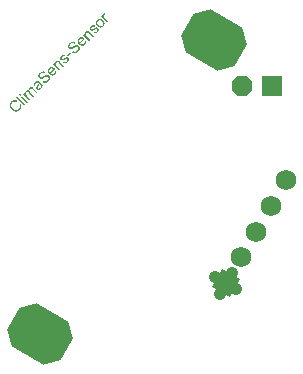
<source format=gts>
G04*
G04 #@! TF.GenerationSoftware,Altium Limited,Altium NEXUS,1.0.9 (89)*
G04*
G04 Layer_Color=8388736*
%FSLAX42Y42*%
%MOMM*%
G71*
G01*
G75*
%ADD12C,1.00*%
G04:AMPARAMS|DCode=13|XSize=4.2mm|YSize=5.2mm|CornerRadius=0mm|HoleSize=0mm|Usage=FLASHONLY|Rotation=240.000|XOffset=0mm|YOffset=0mm|HoleType=Round|Shape=Octagon|*
%AMOCTAGOND13*
4,1,8,2.78,-0.39,1.73,-2.21,0.29,-2.60,-2.39,-1.04,-2.78,0.39,-1.73,2.21,-0.29,2.60,2.39,1.04,2.78,-0.39,0.0*
%
%ADD13OCTAGOND13*%

%ADD14P,1.87X8X22.5*%
%ADD15R,1.73X1.73*%
%ADD16P,2.44X4X105.0*%
%ADD17C,1.73*%
G36*
X846Y2959D02*
X845D01*
X845Y2959D01*
X844Y2958D01*
X843Y2958D01*
X841Y2957D01*
X840Y2956D01*
X839Y2955D01*
X838Y2954D01*
X837Y2954D01*
X837Y2953D01*
X836Y2953D01*
X835Y2952D01*
X835Y2950D01*
X834Y2949D01*
X834Y2948D01*
Y2947D01*
Y2947D01*
Y2946D01*
Y2945D01*
X834Y2944D01*
X835Y2943D01*
X835Y2941D01*
X836Y2940D01*
X836Y2940D01*
X836Y2939D01*
X837Y2938D01*
X838Y2936D01*
X839Y2935D01*
X841Y2933D01*
X843Y2931D01*
X844Y2929D01*
X871Y2903D01*
X862Y2894D01*
X812Y2944D01*
X820Y2952D01*
X827Y2944D01*
Y2945D01*
X827Y2946D01*
X827Y2947D01*
X826Y2949D01*
X826Y2951D01*
X826Y2953D01*
X825Y2955D01*
X826Y2957D01*
Y2957D01*
X826Y2957D01*
X826Y2958D01*
X826Y2959D01*
X827Y2960D01*
X828Y2961D01*
X828Y2962D01*
X829Y2964D01*
X830Y2964D01*
X831Y2965D01*
X832Y2966D01*
X834Y2967D01*
X836Y2968D01*
X838Y2969D01*
X841Y2970D01*
X846Y2959D01*
D02*
G37*
G36*
X749Y2870D02*
X749D01*
X750Y2870D01*
X751Y2870D01*
X752Y2870D01*
X754Y2869D01*
X755Y2868D01*
X757Y2867D01*
X760Y2866D01*
X752Y2856D01*
X752Y2857D01*
X752Y2857D01*
X751Y2857D01*
X750Y2858D01*
X748Y2858D01*
X747Y2859D01*
X745Y2859D01*
X743Y2859D01*
X743D01*
X742Y2859D01*
X741Y2858D01*
X740Y2858D01*
X738Y2857D01*
X737Y2857D01*
X735Y2855D01*
X733Y2854D01*
X732Y2853D01*
X731Y2851D01*
X730Y2850D01*
X729Y2848D01*
X728Y2847D01*
X727Y2845D01*
X727Y2843D01*
Y2843D01*
X727Y2843D01*
Y2842D01*
X727Y2841D01*
X727Y2840D01*
X728Y2838D01*
X728Y2837D01*
X729Y2836D01*
X729Y2836D01*
X729Y2836D01*
X730Y2836D01*
X730Y2835D01*
X731Y2835D01*
X733Y2834D01*
X734D01*
X735Y2834D01*
X736Y2835D01*
X737Y2835D01*
X738Y2835D01*
X738Y2835D01*
X739Y2835D01*
X739Y2836D01*
X740Y2836D01*
X742Y2837D01*
X743Y2838D01*
X744Y2838D01*
X745Y2839D01*
X747Y2840D01*
X748Y2841D01*
X748Y2841D01*
X749Y2841D01*
X749Y2841D01*
X750Y2842D01*
X751Y2842D01*
X752Y2843D01*
X754Y2844D01*
X757Y2846D01*
X760Y2847D01*
X762Y2848D01*
X763Y2849D01*
X764Y2849D01*
X765Y2849D01*
X765Y2849D01*
X766Y2850D01*
X768Y2850D01*
X769Y2850D01*
X771Y2850D01*
X773D01*
X775Y2850D01*
X775D01*
X775Y2850D01*
X776Y2850D01*
X778Y2849D01*
X779Y2849D01*
X781Y2848D01*
X782Y2847D01*
X784Y2845D01*
X784Y2845D01*
X785Y2844D01*
X785Y2843D01*
X786Y2842D01*
X787Y2841D01*
X788Y2839D01*
X789Y2837D01*
X789Y2835D01*
X789Y2834D01*
X789Y2834D01*
X790Y2832D01*
Y2831D01*
X789Y2829D01*
X789Y2826D01*
X789Y2824D01*
X788Y2822D01*
X788Y2821D01*
X787Y2820D01*
X787Y2819D01*
X786Y2818D01*
X785Y2816D01*
X783Y2814D01*
X781Y2811D01*
X779Y2809D01*
X778Y2808D01*
X778Y2808D01*
X777Y2807D01*
X776Y2806D01*
X773Y2804D01*
X770Y2802D01*
X767Y2800D01*
X764Y2799D01*
X762Y2799D01*
X761Y2798D01*
X760Y2798D01*
X760Y2798D01*
X759D01*
X757Y2798D01*
X755Y2799D01*
X752Y2799D01*
X749Y2800D01*
X745Y2802D01*
X742Y2804D01*
X749Y2814D01*
X749Y2814D01*
X749Y2813D01*
X750Y2813D01*
X751Y2812D01*
X753Y2812D01*
X754Y2811D01*
X756Y2810D01*
X758Y2810D01*
X761Y2810D01*
X761Y2810D01*
X762Y2810D01*
X763Y2810D01*
X764Y2811D01*
X766Y2812D01*
X768Y2813D01*
X770Y2814D01*
X772Y2816D01*
X773Y2817D01*
X774Y2818D01*
X775Y2820D01*
X776Y2821D01*
X777Y2823D01*
X778Y2825D01*
X779Y2827D01*
Y2827D01*
Y2828D01*
Y2829D01*
X779Y2830D01*
X778Y2831D01*
X778Y2833D01*
X777Y2834D01*
X776Y2835D01*
X776Y2836D01*
X776Y2836D01*
X775Y2836D01*
X774Y2837D01*
X773Y2837D01*
X772Y2837D01*
X770Y2838D01*
X769Y2837D01*
X769D01*
X768Y2837D01*
X768Y2837D01*
X766Y2837D01*
X765Y2836D01*
X763Y2835D01*
X762Y2834D01*
X760Y2833D01*
X759Y2833D01*
X757Y2832D01*
X757Y2832D01*
X757Y2831D01*
X756Y2831D01*
X756Y2831D01*
X755Y2830D01*
X753Y2829D01*
X751Y2828D01*
X748Y2826D01*
X745Y2825D01*
X743Y2824D01*
X741Y2823D01*
X740Y2823D01*
X740Y2823D01*
X740Y2823D01*
X738Y2822D01*
X737Y2822D01*
X736Y2822D01*
X734Y2822D01*
X732D01*
X730Y2822D01*
X730D01*
X729Y2822D01*
X729Y2823D01*
X727Y2823D01*
X726Y2824D01*
X725Y2825D01*
X723Y2826D01*
X722Y2827D01*
X721Y2827D01*
X721Y2828D01*
X721Y2828D01*
X720Y2829D01*
X719Y2830D01*
X718Y2832D01*
X717Y2833D01*
X717Y2835D01*
Y2835D01*
X717Y2835D01*
X717Y2836D01*
X716Y2837D01*
X716Y2839D01*
X716Y2840D01*
Y2842D01*
X716Y2844D01*
Y2844D01*
X717Y2844D01*
X717Y2845D01*
X717Y2846D01*
X717Y2847D01*
X718Y2848D01*
X718Y2850D01*
X719Y2851D01*
X719Y2852D01*
X720Y2852D01*
X720Y2853D01*
X721Y2854D01*
X722Y2856D01*
X723Y2857D01*
X724Y2858D01*
X727Y2861D01*
X728Y2862D01*
X729Y2863D01*
X731Y2865D01*
X733Y2866D01*
X735Y2867D01*
X738Y2869D01*
X738Y2869D01*
X738D01*
X739Y2869D01*
X740Y2869D01*
X741Y2870D01*
X743Y2870D01*
X745Y2870D01*
X747Y2871D01*
X749Y2870D01*
D02*
G37*
G36*
X803Y2922D02*
X803Y2922D01*
X805Y2922D01*
X806Y2921D01*
X808Y2921D01*
X809Y2920D01*
X811Y2920D01*
X813Y2919D01*
X815Y2918D01*
X818Y2917D01*
X820Y2915D01*
X822Y2914D01*
X824Y2912D01*
X827Y2910D01*
X827Y2910D01*
X827Y2909D01*
X827Y2909D01*
X828Y2908D01*
X829Y2907D01*
X830Y2906D01*
X831Y2905D01*
X832Y2904D01*
X834Y2901D01*
X836Y2898D01*
X838Y2895D01*
X839Y2892D01*
X839Y2892D01*
Y2891D01*
X839Y2891D01*
X839Y2890D01*
X839Y2889D01*
X840Y2886D01*
X840Y2884D01*
Y2881D01*
X840Y2878D01*
X839Y2875D01*
X839Y2875D01*
Y2874D01*
X839Y2874D01*
X838Y2873D01*
X838Y2873D01*
X838Y2872D01*
X837Y2870D01*
X836Y2867D01*
X834Y2865D01*
X832Y2862D01*
X830Y2860D01*
X829Y2859D01*
X828Y2858D01*
X827Y2857D01*
X826Y2856D01*
X825Y2855D01*
X823Y2854D01*
X819Y2853D01*
X818Y2852D01*
X815Y2851D01*
X813Y2850D01*
X811Y2850D01*
X809Y2849D01*
X806Y2849D01*
X806D01*
X805Y2849D01*
X804Y2850D01*
X803Y2850D01*
X801Y2850D01*
X800Y2850D01*
X798Y2851D01*
X796Y2852D01*
X794Y2853D01*
X792Y2854D01*
X790Y2855D01*
X788Y2856D01*
X785Y2858D01*
X783Y2860D01*
X780Y2862D01*
X780Y2863D01*
X780Y2863D01*
X779Y2864D01*
X778Y2865D01*
X777Y2866D01*
X776Y2867D01*
X775Y2869D01*
X773Y2871D01*
X772Y2873D01*
X771Y2875D01*
X770Y2878D01*
X769Y2880D01*
X768Y2883D01*
X768Y2885D01*
X768Y2888D01*
Y2891D01*
Y2891D01*
X768Y2891D01*
Y2892D01*
X768Y2893D01*
X768Y2894D01*
X768Y2895D01*
X769Y2896D01*
X769Y2898D01*
X770Y2899D01*
X770Y2901D01*
X772Y2905D01*
X774Y2908D01*
X776Y2910D01*
X778Y2912D01*
X779Y2913D01*
X779Y2914D01*
X780Y2914D01*
X781Y2915D01*
X783Y2916D01*
X784Y2917D01*
X788Y2919D01*
X790Y2920D01*
X792Y2921D01*
X794Y2921D01*
X796Y2922D01*
X799Y2922D01*
X802D01*
X803Y2922D01*
D02*
G37*
G36*
X699Y2821D02*
X699D01*
X700Y2821D01*
X701Y2821D01*
X702Y2821D01*
X703Y2820D01*
X705Y2820D01*
X706Y2819D01*
X708Y2818D01*
X708Y2818D01*
X708Y2817D01*
X709Y2817D01*
X710Y2816D01*
X711Y2815D01*
X713Y2814D01*
X714Y2812D01*
X717Y2810D01*
X747Y2779D01*
X739Y2771D01*
X708Y2801D01*
X708Y2801D01*
X708Y2801D01*
X708Y2802D01*
X707Y2803D01*
X705Y2804D01*
X704Y2805D01*
X702Y2806D01*
X701Y2807D01*
X700Y2808D01*
X700Y2808D01*
X699Y2808D01*
X698Y2808D01*
X697Y2809D01*
X696Y2809D01*
X693D01*
X692Y2808D01*
X692D01*
X691Y2808D01*
X690Y2808D01*
X689Y2808D01*
X688Y2807D01*
X687Y2806D01*
X686Y2805D01*
X685Y2804D01*
X684Y2803D01*
X683Y2802D01*
X682Y2801D01*
X681Y2799D01*
X680Y2797D01*
X679Y2794D01*
X679Y2791D01*
Y2791D01*
X679Y2790D01*
X679Y2789D01*
X679Y2789D01*
X680Y2788D01*
X680Y2786D01*
X680Y2785D01*
X681Y2784D01*
X682Y2783D01*
X682Y2781D01*
X684Y2780D01*
X685Y2778D01*
X686Y2776D01*
X688Y2774D01*
X715Y2747D01*
X707Y2739D01*
X657Y2789D01*
X664Y2796D01*
X672Y2789D01*
Y2789D01*
X671Y2790D01*
X671Y2791D01*
X671Y2792D01*
X671Y2793D01*
Y2794D01*
X671Y2796D01*
X671Y2797D01*
X672Y2799D01*
X672Y2801D01*
X673Y2803D01*
X673Y2805D01*
X674Y2807D01*
X676Y2809D01*
X677Y2811D01*
X679Y2813D01*
X680Y2814D01*
X681Y2815D01*
X682Y2816D01*
X683Y2817D01*
X685Y2818D01*
X687Y2819D01*
X689Y2820D01*
X689Y2820D01*
X690Y2820D01*
X691Y2821D01*
X692Y2821D01*
X694Y2821D01*
X695Y2822D01*
X697D01*
X699Y2821D01*
D02*
G37*
G36*
X576Y2729D02*
X576Y2728D01*
X577Y2728D01*
X579Y2728D01*
X580Y2727D01*
X583Y2726D01*
X585Y2725D01*
X588Y2723D01*
X590Y2721D01*
X582Y2712D01*
X582Y2712D01*
X582Y2712D01*
X581Y2712D01*
X581Y2713D01*
X579Y2714D01*
X577Y2715D01*
X575Y2716D01*
X573Y2716D01*
X570Y2717D01*
X567Y2717D01*
X567Y2717D01*
X566Y2717D01*
X565Y2716D01*
X562Y2716D01*
X560Y2714D01*
X558Y2713D01*
X555Y2711D01*
X552Y2708D01*
X550Y2707D01*
X550Y2706D01*
X549Y2705D01*
X548Y2703D01*
X546Y2701D01*
X545Y2698D01*
X544Y2696D01*
X543Y2694D01*
X543Y2693D01*
X543Y2693D01*
Y2692D01*
X543Y2691D01*
X543Y2689D01*
X544Y2687D01*
X544Y2685D01*
X545Y2684D01*
X546Y2682D01*
X547Y2682D01*
X547Y2681D01*
X548Y2681D01*
X549Y2680D01*
X550Y2679D01*
X552Y2679D01*
X553Y2678D01*
X555D01*
X556Y2679D01*
X557Y2679D01*
X558Y2679D01*
X558Y2679D01*
X559Y2680D01*
X561Y2680D01*
X562Y2681D01*
X564Y2681D01*
X565Y2682D01*
X567Y2683D01*
X569Y2684D01*
X572Y2686D01*
X574Y2687D01*
X574Y2687D01*
X575Y2688D01*
X575Y2688D01*
X576Y2689D01*
X577Y2689D01*
X579Y2690D01*
X582Y2692D01*
X585Y2694D01*
X588Y2696D01*
X589Y2696D01*
X591Y2697D01*
X592Y2698D01*
X594Y2698D01*
X594Y2698D01*
X594Y2698D01*
X594Y2698D01*
X595Y2699D01*
X597Y2699D01*
X599Y2700D01*
X601Y2700D01*
X604Y2700D01*
X607Y2700D01*
X610Y2700D01*
X610Y2700D01*
X611Y2700D01*
X612Y2699D01*
X614Y2699D01*
X616Y2698D01*
X618Y2697D01*
X620Y2695D01*
X622Y2693D01*
X622Y2693D01*
X622Y2693D01*
X623Y2693D01*
X623Y2692D01*
X624Y2691D01*
X625Y2689D01*
X626Y2687D01*
X628Y2685D01*
X629Y2682D01*
X629Y2680D01*
X630Y2679D01*
Y2679D01*
X630Y2678D01*
X630Y2677D01*
X630Y2674D01*
X630Y2672D01*
X629Y2669D01*
X629Y2666D01*
X628Y2663D01*
X628Y2663D01*
X628Y2662D01*
X627Y2662D01*
X627Y2661D01*
X627Y2661D01*
X626Y2660D01*
X625Y2658D01*
X624Y2655D01*
X622Y2653D01*
X620Y2650D01*
X617Y2647D01*
X616Y2645D01*
X615Y2645D01*
X614Y2644D01*
X613Y2643D01*
X612Y2642D01*
X609Y2640D01*
X606Y2638D01*
X602Y2636D01*
X599Y2634D01*
X599Y2634D01*
X598Y2634D01*
X598Y2634D01*
X597Y2633D01*
X596Y2633D01*
X593Y2632D01*
X590Y2632D01*
X587Y2632D01*
X584D01*
X581Y2632D01*
X581Y2632D01*
X580D01*
X580Y2632D01*
X579Y2633D01*
X578Y2633D01*
X577Y2633D01*
X575Y2634D01*
X573Y2635D01*
X570Y2637D01*
X567Y2639D01*
X565Y2641D01*
X572Y2650D01*
X573Y2650D01*
X573Y2650D01*
X573Y2650D01*
X575Y2649D01*
X576Y2648D01*
X578Y2647D01*
X580Y2646D01*
X582Y2645D01*
X584Y2645D01*
X584D01*
X585Y2644D01*
X586Y2644D01*
X587Y2644D01*
X589D01*
X591Y2645D01*
X594Y2645D01*
X596Y2646D01*
X596Y2646D01*
X596D01*
X597Y2647D01*
X599Y2647D01*
X600Y2648D01*
X602Y2649D01*
X604Y2651D01*
X606Y2653D01*
X609Y2655D01*
X610Y2656D01*
X610Y2657D01*
X612Y2658D01*
X613Y2660D01*
X614Y2661D01*
X615Y2663D01*
X616Y2665D01*
X616Y2666D01*
X617Y2666D01*
X617Y2667D01*
X617Y2669D01*
X618Y2670D01*
X618Y2672D01*
X618Y2674D01*
X618Y2676D01*
Y2676D01*
X618Y2676D01*
X618Y2677D01*
X617Y2678D01*
X617Y2680D01*
X616Y2681D01*
X615Y2682D01*
X614Y2684D01*
X614Y2684D01*
X614Y2684D01*
X613Y2685D01*
X612Y2685D01*
X611Y2686D01*
X610Y2686D01*
X608Y2687D01*
X607Y2687D01*
X606D01*
X606Y2687D01*
X605Y2687D01*
X604D01*
X602Y2687D01*
X601Y2687D01*
X598Y2686D01*
X596Y2685D01*
X596D01*
X596Y2685D01*
X594Y2684D01*
X594Y2684D01*
X593Y2683D01*
X592Y2683D01*
X591Y2682D01*
X589Y2682D01*
X588Y2681D01*
X586Y2680D01*
X585Y2679D01*
X583Y2678D01*
X581Y2676D01*
X581Y2676D01*
X580Y2676D01*
X580Y2676D01*
X579Y2675D01*
X578Y2674D01*
X577Y2674D01*
X574Y2672D01*
X571Y2671D01*
X568Y2669D01*
X565Y2668D01*
X564Y2668D01*
X563Y2667D01*
X563Y2667D01*
X563D01*
X562Y2667D01*
X560Y2667D01*
X558Y2666D01*
X556Y2666D01*
X554Y2666D01*
X552Y2666D01*
X549Y2666D01*
X549Y2666D01*
X548Y2666D01*
X547Y2667D01*
X546Y2668D01*
X544Y2668D01*
X542Y2670D01*
X540Y2671D01*
X538Y2673D01*
X538Y2673D01*
X538Y2673D01*
X538Y2673D01*
X537Y2673D01*
X537Y2675D01*
X535Y2676D01*
X534Y2678D01*
X533Y2680D01*
X532Y2682D01*
X531Y2685D01*
X531Y2685D01*
Y2685D01*
X531Y2686D01*
X531Y2688D01*
Y2690D01*
X531Y2692D01*
X531Y2695D01*
X532Y2698D01*
X533Y2701D01*
X533Y2701D01*
X533Y2701D01*
X533Y2702D01*
X534Y2702D01*
X534Y2703D01*
X534Y2704D01*
X536Y2706D01*
X537Y2708D01*
X539Y2711D01*
X541Y2713D01*
X543Y2716D01*
X545Y2717D01*
X545Y2718D01*
X546Y2718D01*
X548Y2720D01*
X551Y2722D01*
X553Y2724D01*
X556Y2725D01*
X559Y2727D01*
X560Y2727D01*
X560Y2727D01*
X560Y2727D01*
X561Y2727D01*
X562Y2728D01*
X565Y2728D01*
X567Y2729D01*
X570Y2729D01*
X573D01*
X576Y2729D01*
D02*
G37*
G36*
X647Y2766D02*
X648Y2766D01*
X649Y2766D01*
X650Y2765D01*
X652Y2765D01*
X654Y2765D01*
X656Y2764D01*
X658Y2763D01*
X660Y2762D01*
X662Y2761D01*
X664Y2759D01*
X666Y2758D01*
X669Y2756D01*
X671Y2753D01*
X671Y2753D01*
X672Y2753D01*
X673Y2752D01*
X673Y2751D01*
X636Y2714D01*
X636Y2714D01*
X636Y2713D01*
X637Y2713D01*
X637Y2713D01*
X638Y2712D01*
X639Y2711D01*
X641Y2710D01*
X644Y2708D01*
X647Y2707D01*
X650Y2706D01*
X653Y2706D01*
X655D01*
X656Y2706D01*
X658Y2706D01*
X661Y2707D01*
X663Y2708D01*
X666Y2710D01*
X668Y2712D01*
X669Y2713D01*
X670Y2714D01*
X671Y2715D01*
X672Y2716D01*
X672Y2718D01*
X673Y2720D01*
X674Y2722D01*
Y2722D01*
Y2723D01*
X674Y2724D01*
X674Y2726D01*
X674Y2728D01*
X673Y2730D01*
X672Y2733D01*
X671Y2735D01*
X681Y2743D01*
X681Y2743D01*
X681Y2743D01*
X682Y2742D01*
X682Y2741D01*
X682Y2740D01*
X683Y2739D01*
X684Y2737D01*
X685Y2734D01*
X685Y2731D01*
X685Y2727D01*
X685Y2723D01*
X685Y2723D01*
X685Y2723D01*
X685Y2722D01*
X685Y2722D01*
X685Y2721D01*
X684Y2720D01*
X684Y2719D01*
X683Y2717D01*
X682Y2715D01*
X680Y2711D01*
X678Y2708D01*
X675Y2705D01*
X674Y2704D01*
X673Y2703D01*
X672Y2702D01*
X671Y2701D01*
X670Y2700D01*
X668Y2699D01*
X664Y2697D01*
X662Y2696D01*
X660Y2696D01*
X658Y2695D01*
X656Y2694D01*
X653Y2694D01*
X651Y2694D01*
X650D01*
X650Y2694D01*
X649Y2694D01*
X648Y2695D01*
X646Y2695D01*
X645Y2695D01*
X643Y2696D01*
X641Y2696D01*
X639Y2697D01*
X637Y2698D01*
X635Y2700D01*
X633Y2701D01*
X630Y2703D01*
X628Y2705D01*
X626Y2707D01*
X626Y2707D01*
X625Y2707D01*
X624Y2708D01*
X624Y2709D01*
X623Y2710D01*
X622Y2711D01*
X620Y2713D01*
X619Y2715D01*
X617Y2719D01*
X616Y2721D01*
X615Y2723D01*
X614Y2725D01*
X613Y2728D01*
X613Y2730D01*
X612Y2733D01*
Y2733D01*
Y2733D01*
X613Y2734D01*
X612Y2735D01*
X613Y2736D01*
X613Y2738D01*
X613Y2739D01*
X613Y2741D01*
X614Y2743D01*
X615Y2745D01*
X615Y2746D01*
X616Y2749D01*
X617Y2751D01*
X619Y2753D01*
X621Y2755D01*
X622Y2757D01*
X623Y2758D01*
X624Y2758D01*
X625Y2759D01*
X626Y2760D01*
X628Y2761D01*
X629Y2762D01*
X632Y2763D01*
X634Y2764D01*
X636Y2765D01*
X638Y2765D01*
X641Y2766D01*
X643Y2766D01*
X646D01*
X647Y2766D01*
D02*
G37*
G36*
X559Y2632D02*
X533Y2606D01*
X524Y2614D01*
X550Y2641D01*
X559Y2632D01*
D02*
G37*
G36*
X497Y2619D02*
X497D01*
X498Y2618D01*
X499Y2618D01*
X500Y2618D01*
X502Y2617D01*
X504Y2616D01*
X505Y2615D01*
X508Y2614D01*
X500Y2604D01*
X500Y2605D01*
X500Y2605D01*
X499Y2605D01*
X498Y2606D01*
X496Y2606D01*
X495Y2607D01*
X493Y2607D01*
X491Y2607D01*
X491D01*
X490Y2607D01*
X489Y2607D01*
X488Y2606D01*
X487Y2606D01*
X485Y2605D01*
X483Y2603D01*
X481Y2602D01*
X480Y2601D01*
X479Y2600D01*
X478Y2598D01*
X477Y2597D01*
X476Y2595D01*
X475Y2593D01*
X475Y2591D01*
Y2591D01*
X475Y2591D01*
Y2590D01*
X475Y2589D01*
X475Y2588D01*
X476Y2587D01*
X476Y2585D01*
X477Y2584D01*
X477Y2584D01*
X477Y2584D01*
X478Y2584D01*
X478Y2584D01*
X479Y2583D01*
X481Y2582D01*
X483D01*
X483Y2583D01*
X484Y2583D01*
X485Y2583D01*
X486Y2583D01*
X487Y2584D01*
X487Y2584D01*
X487Y2584D01*
X488Y2584D01*
X490Y2585D01*
X491Y2586D01*
X492Y2586D01*
X493Y2587D01*
X495Y2588D01*
X496Y2589D01*
X496Y2589D01*
X497Y2589D01*
X497Y2589D01*
X498Y2590D01*
X499Y2590D01*
X500Y2591D01*
X502Y2592D01*
X505Y2594D01*
X508Y2595D01*
X510Y2596D01*
X512Y2597D01*
X513Y2597D01*
X513Y2597D01*
X513Y2598D01*
X514Y2598D01*
X516Y2598D01*
X517Y2598D01*
X519Y2599D01*
X521D01*
X523Y2598D01*
X523D01*
X524Y2598D01*
X524Y2598D01*
X526Y2597D01*
X527Y2597D01*
X529Y2596D01*
X530Y2595D01*
X532Y2593D01*
X532Y2593D01*
X533Y2593D01*
X533Y2592D01*
X534Y2590D01*
X535Y2589D01*
X536Y2587D01*
X537Y2585D01*
X537Y2583D01*
X537Y2582D01*
X538Y2582D01*
X538Y2580D01*
Y2579D01*
X538Y2577D01*
X537Y2574D01*
X537Y2572D01*
X536Y2570D01*
X536Y2569D01*
X536Y2569D01*
X535Y2567D01*
X534Y2566D01*
X533Y2564D01*
X531Y2562D01*
X530Y2560D01*
X528Y2557D01*
X527Y2556D01*
X526Y2556D01*
X525Y2555D01*
X524Y2554D01*
X521Y2552D01*
X519Y2550D01*
X516Y2549D01*
X512Y2547D01*
X510Y2547D01*
X509Y2546D01*
X509Y2546D01*
X508Y2546D01*
X507D01*
X505Y2547D01*
X503Y2547D01*
X500Y2547D01*
X497Y2548D01*
X493Y2550D01*
X490Y2552D01*
X497Y2562D01*
X497Y2562D01*
X497Y2562D01*
X498Y2561D01*
X499Y2560D01*
X501Y2560D01*
X503Y2559D01*
X504Y2558D01*
X507Y2558D01*
X509Y2558D01*
X509Y2558D01*
X510Y2558D01*
X511Y2558D01*
X512Y2559D01*
X514Y2560D01*
X516Y2561D01*
X518Y2562D01*
X521Y2564D01*
X521Y2565D01*
X522Y2566D01*
X524Y2568D01*
X525Y2569D01*
X526Y2571D01*
X526Y2573D01*
X527Y2575D01*
Y2575D01*
Y2576D01*
Y2577D01*
X527Y2578D01*
X526Y2580D01*
X526Y2581D01*
X525Y2582D01*
X524Y2584D01*
X524Y2584D01*
X524Y2584D01*
X523Y2585D01*
X522Y2585D01*
X521Y2585D01*
X520Y2586D01*
X519Y2586D01*
X517Y2586D01*
X517D01*
X516Y2585D01*
X516Y2585D01*
X515Y2585D01*
X513Y2584D01*
X511Y2583D01*
X510Y2582D01*
X509Y2582D01*
X507Y2581D01*
X506Y2580D01*
X505Y2580D01*
X505Y2580D01*
X504Y2579D01*
X504Y2579D01*
X503Y2578D01*
X502Y2577D01*
X499Y2576D01*
X496Y2575D01*
X493Y2573D01*
X491Y2572D01*
X490Y2571D01*
X489Y2571D01*
X488Y2571D01*
X488Y2571D01*
X487Y2570D01*
X485Y2570D01*
X484Y2570D01*
X482Y2570D01*
X480D01*
X478Y2570D01*
X478D01*
X478Y2570D01*
X477Y2571D01*
X475Y2571D01*
X474Y2572D01*
X473Y2573D01*
X471Y2574D01*
X470Y2575D01*
X470Y2575D01*
X469Y2576D01*
X469Y2577D01*
X468Y2577D01*
X467Y2578D01*
X466Y2580D01*
X466Y2581D01*
X465Y2583D01*
Y2583D01*
X465Y2584D01*
X465Y2584D01*
X465Y2586D01*
X464Y2587D01*
X464Y2589D01*
Y2590D01*
X464Y2592D01*
Y2592D01*
X465Y2592D01*
X465Y2593D01*
X465Y2594D01*
X465Y2595D01*
X466Y2597D01*
X467Y2598D01*
X467Y2600D01*
X468Y2600D01*
X468Y2600D01*
X468Y2601D01*
X469Y2602D01*
X470Y2604D01*
X471Y2605D01*
X472Y2607D01*
X475Y2609D01*
X476Y2610D01*
X477Y2611D01*
X479Y2613D01*
X481Y2614D01*
X483Y2616D01*
X486Y2617D01*
X486Y2617D01*
X486D01*
X487Y2617D01*
X488Y2617D01*
X489Y2618D01*
X491Y2618D01*
X493Y2619D01*
X495Y2619D01*
X497Y2619D01*
D02*
G37*
G36*
X447Y2569D02*
X447D01*
X448Y2569D01*
X449Y2569D01*
X450Y2569D01*
X451Y2568D01*
X453Y2568D01*
X454Y2567D01*
X456Y2566D01*
X456Y2566D01*
X456Y2566D01*
X457Y2565D01*
X458Y2564D01*
X459Y2563D01*
X461Y2562D01*
X463Y2560D01*
X465Y2558D01*
X495Y2527D01*
X487Y2519D01*
X457Y2549D01*
X456Y2549D01*
X456Y2549D01*
X456Y2550D01*
X455Y2551D01*
X453Y2552D01*
X452Y2553D01*
X451Y2554D01*
X449Y2555D01*
X448Y2556D01*
X448Y2556D01*
X447Y2556D01*
X446Y2557D01*
X445Y2557D01*
X444Y2557D01*
X442D01*
X440Y2557D01*
X440D01*
X439Y2556D01*
X439Y2556D01*
X438Y2556D01*
X437Y2555D01*
X435Y2554D01*
X434Y2553D01*
X433Y2552D01*
X432Y2551D01*
X431Y2550D01*
X430Y2549D01*
X429Y2547D01*
X428Y2545D01*
X427Y2542D01*
X427Y2540D01*
Y2539D01*
X427Y2538D01*
X427Y2537D01*
X427Y2537D01*
X428Y2536D01*
X428Y2535D01*
X428Y2533D01*
X429Y2532D01*
X430Y2531D01*
X431Y2529D01*
X432Y2528D01*
X433Y2526D01*
X434Y2524D01*
X436Y2523D01*
X463Y2495D01*
X455Y2487D01*
X405Y2537D01*
X412Y2545D01*
X420Y2537D01*
Y2538D01*
X420Y2538D01*
X419Y2539D01*
X419Y2540D01*
X419Y2541D01*
Y2542D01*
X419Y2544D01*
X419Y2546D01*
X420Y2547D01*
X420Y2549D01*
X421Y2551D01*
X422Y2553D01*
X423Y2555D01*
X424Y2557D01*
X425Y2560D01*
X427Y2561D01*
X428Y2562D01*
X429Y2563D01*
X430Y2564D01*
X432Y2565D01*
X433Y2566D01*
X435Y2567D01*
X437Y2568D01*
X437Y2568D01*
X438Y2568D01*
X439Y2569D01*
X440Y2569D01*
X442Y2569D01*
X444Y2570D01*
X445D01*
X447Y2569D01*
D02*
G37*
G36*
X324Y2477D02*
X324Y2477D01*
X325Y2476D01*
X327Y2476D01*
X329Y2475D01*
X331Y2474D01*
X333Y2473D01*
X336Y2471D01*
X338Y2469D01*
X330Y2460D01*
X330Y2460D01*
X330Y2460D01*
X329Y2461D01*
X329Y2461D01*
X327Y2462D01*
X325Y2463D01*
X323Y2464D01*
X321Y2465D01*
X318Y2465D01*
X315Y2465D01*
X315Y2465D01*
X314Y2465D01*
X313Y2464D01*
X311Y2464D01*
X308Y2463D01*
X306Y2461D01*
X303Y2459D01*
X300Y2456D01*
X299Y2455D01*
X298Y2454D01*
X297Y2453D01*
X296Y2451D01*
X294Y2449D01*
X293Y2446D01*
X292Y2444D01*
X291Y2442D01*
X291Y2441D01*
X291Y2441D01*
Y2440D01*
X291Y2439D01*
X291Y2437D01*
X292Y2435D01*
X292Y2434D01*
X293Y2432D01*
X295Y2430D01*
X295Y2430D01*
X295Y2429D01*
X296Y2429D01*
X297Y2428D01*
X298Y2428D01*
X300Y2427D01*
X301Y2427D01*
X304D01*
X304Y2427D01*
X305Y2427D01*
X306Y2427D01*
X307Y2427D01*
X308Y2428D01*
X309Y2428D01*
X310Y2429D01*
X312Y2429D01*
X313Y2430D01*
X315Y2431D01*
X317Y2432D01*
X320Y2434D01*
X322Y2435D01*
X322Y2435D01*
X323Y2436D01*
X323Y2436D01*
X324Y2437D01*
X325Y2437D01*
X327Y2438D01*
X330Y2440D01*
X333Y2442D01*
X336Y2444D01*
X338Y2444D01*
X339Y2445D01*
X341Y2446D01*
X342Y2446D01*
X342Y2446D01*
X342Y2447D01*
X343Y2447D01*
X343Y2447D01*
X345Y2447D01*
X347Y2448D01*
X349Y2448D01*
X352Y2449D01*
X355Y2448D01*
X358Y2448D01*
X358Y2448D01*
X359Y2448D01*
X360Y2447D01*
X362Y2447D01*
X364Y2446D01*
X366Y2445D01*
X368Y2443D01*
X370Y2441D01*
X370Y2441D01*
X371Y2441D01*
X371Y2441D01*
X371Y2440D01*
X372Y2439D01*
X373Y2437D01*
X375Y2435D01*
X376Y2433D01*
X377Y2431D01*
X378Y2428D01*
X378Y2428D01*
Y2427D01*
X378Y2426D01*
X378Y2425D01*
X378Y2423D01*
X378Y2420D01*
X378Y2417D01*
X377Y2414D01*
X376Y2411D01*
X376Y2411D01*
X376Y2411D01*
X376Y2410D01*
X375Y2410D01*
X375Y2409D01*
X375Y2408D01*
X373Y2406D01*
X372Y2403D01*
X370Y2401D01*
X368Y2398D01*
X365Y2395D01*
X364Y2394D01*
X363Y2393D01*
X362Y2392D01*
X361Y2391D01*
X360Y2390D01*
X357Y2388D01*
X354Y2386D01*
X350Y2384D01*
X347Y2382D01*
X347Y2382D01*
X347Y2382D01*
X346Y2382D01*
X345Y2382D01*
X344Y2381D01*
X341Y2381D01*
X339Y2380D01*
X336Y2380D01*
X332D01*
X329Y2380D01*
X329Y2380D01*
X329D01*
X328Y2381D01*
X327Y2381D01*
X327Y2381D01*
X326Y2381D01*
X323Y2382D01*
X321Y2383D01*
X318Y2385D01*
X315Y2387D01*
X313Y2389D01*
X321Y2399D01*
X321Y2398D01*
X321Y2398D01*
X321Y2398D01*
X323Y2397D01*
X324Y2396D01*
X326Y2395D01*
X328Y2394D01*
X330Y2393D01*
X332Y2393D01*
X332D01*
X333Y2393D01*
X334Y2392D01*
X336Y2393D01*
X337D01*
X339Y2393D01*
X342Y2393D01*
X344Y2394D01*
X344Y2394D01*
X345D01*
X345Y2395D01*
X347Y2396D01*
X348Y2396D01*
X350Y2397D01*
X352Y2399D01*
X355Y2401D01*
X357Y2403D01*
X358Y2404D01*
X359Y2405D01*
X360Y2406D01*
X361Y2408D01*
X362Y2409D01*
X363Y2411D01*
X364Y2413D01*
X365Y2414D01*
X365Y2414D01*
X365Y2415D01*
X366Y2417D01*
X366Y2418D01*
X366Y2420D01*
X366Y2422D01*
X366Y2424D01*
Y2424D01*
X366Y2424D01*
X366Y2425D01*
X365Y2426D01*
X365Y2428D01*
X364Y2429D01*
X363Y2430D01*
X362Y2432D01*
X362Y2432D01*
X362Y2432D01*
X361Y2433D01*
X360Y2433D01*
X359Y2434D01*
X358Y2435D01*
X356Y2435D01*
X355Y2435D01*
X355D01*
X354Y2436D01*
X353Y2435D01*
X352D01*
X350Y2435D01*
X349Y2435D01*
X347Y2434D01*
X344Y2433D01*
X344D01*
X344Y2433D01*
X343Y2432D01*
X342Y2432D01*
X341Y2432D01*
X340Y2431D01*
X339Y2430D01*
X338Y2430D01*
X336Y2429D01*
X335Y2428D01*
X333Y2427D01*
X331Y2426D01*
X329Y2424D01*
X329Y2424D01*
X328Y2424D01*
X328Y2424D01*
X327Y2423D01*
X326Y2423D01*
X325Y2422D01*
X322Y2421D01*
X319Y2419D01*
X316Y2417D01*
X314Y2416D01*
X312Y2416D01*
X311Y2415D01*
X311Y2415D01*
X311D01*
X310Y2415D01*
X308Y2415D01*
X307Y2414D01*
X304Y2414D01*
X302Y2414D01*
X300Y2414D01*
X297Y2414D01*
X297Y2414D01*
X296Y2415D01*
X295Y2415D01*
X294Y2416D01*
X292Y2416D01*
X290Y2418D01*
X288Y2419D01*
X286Y2421D01*
X286Y2421D01*
X286Y2421D01*
X286Y2421D01*
X285Y2422D01*
X285Y2423D01*
X284Y2424D01*
X282Y2426D01*
X281Y2428D01*
X280Y2431D01*
X279Y2433D01*
X279Y2433D01*
Y2434D01*
X279Y2435D01*
X279Y2436D01*
Y2438D01*
X279Y2440D01*
X279Y2443D01*
X280Y2446D01*
X281Y2449D01*
X281Y2449D01*
X281Y2449D01*
X282Y2450D01*
X282Y2450D01*
X282Y2451D01*
X283Y2452D01*
X284Y2454D01*
X285Y2456D01*
X287Y2459D01*
X289Y2461D01*
X291Y2464D01*
X293Y2465D01*
X293Y2466D01*
X294Y2467D01*
X296Y2468D01*
X299Y2470D01*
X301Y2472D01*
X304Y2473D01*
X308Y2475D01*
X308Y2475D01*
X308Y2475D01*
X308Y2475D01*
X309Y2476D01*
X311Y2476D01*
X313Y2476D01*
X315Y2477D01*
X318Y2477D01*
X321D01*
X324Y2477D01*
D02*
G37*
G36*
X395Y2514D02*
X396Y2514D01*
X397Y2514D01*
X399Y2514D01*
X400Y2513D01*
X402Y2513D01*
X404Y2512D01*
X406Y2511D01*
X408Y2510D01*
X410Y2509D01*
X412Y2507D01*
X415Y2506D01*
X417Y2504D01*
X419Y2502D01*
X419Y2501D01*
X420Y2501D01*
X421Y2500D01*
X421Y2499D01*
X384Y2462D01*
X384Y2462D01*
X385Y2461D01*
X385Y2461D01*
X386Y2461D01*
X386Y2460D01*
X387Y2459D01*
X390Y2458D01*
X392Y2456D01*
X395Y2455D01*
X398Y2454D01*
X401Y2454D01*
X403D01*
X404Y2454D01*
X407Y2455D01*
X409Y2455D01*
X411Y2456D01*
X414Y2458D01*
X416Y2460D01*
X417Y2461D01*
X418Y2462D01*
X419Y2463D01*
X420Y2465D01*
X421Y2466D01*
X421Y2468D01*
X422Y2470D01*
Y2471D01*
Y2471D01*
X422Y2472D01*
X422Y2474D01*
X422Y2476D01*
X421Y2478D01*
X420Y2481D01*
X419Y2484D01*
X429Y2491D01*
X429Y2491D01*
X429Y2491D01*
X430Y2490D01*
X430Y2489D01*
X431Y2489D01*
X431Y2488D01*
X432Y2485D01*
X433Y2482D01*
X433Y2479D01*
X434Y2475D01*
X433Y2472D01*
X433Y2471D01*
X433Y2471D01*
X433Y2471D01*
X433Y2470D01*
X433Y2469D01*
X432Y2468D01*
X432Y2467D01*
X432Y2466D01*
X430Y2463D01*
X429Y2460D01*
X426Y2456D01*
X423Y2453D01*
X422Y2452D01*
X421Y2451D01*
X420Y2450D01*
X419Y2449D01*
X418Y2448D01*
X416Y2448D01*
X413Y2446D01*
X411Y2445D01*
X408Y2444D01*
X406Y2443D01*
X404Y2443D01*
X401Y2442D01*
X399Y2442D01*
X399D01*
X398Y2442D01*
X397Y2442D01*
X396Y2443D01*
X394Y2443D01*
X393Y2443D01*
X391Y2444D01*
X389Y2445D01*
X387Y2445D01*
X385Y2446D01*
X383Y2448D01*
X381Y2449D01*
X378Y2451D01*
X376Y2453D01*
X374Y2455D01*
X374Y2455D01*
X373Y2455D01*
X373Y2456D01*
X372Y2457D01*
X371Y2458D01*
X370Y2460D01*
X369Y2461D01*
X367Y2463D01*
X365Y2467D01*
X364Y2469D01*
X363Y2471D01*
X362Y2474D01*
X361Y2476D01*
X361Y2479D01*
X361Y2481D01*
Y2481D01*
Y2482D01*
X361Y2482D01*
X361Y2483D01*
X361Y2484D01*
X361Y2486D01*
X361Y2487D01*
X362Y2489D01*
X362Y2491D01*
X363Y2493D01*
X364Y2495D01*
X365Y2497D01*
X366Y2499D01*
X367Y2501D01*
X369Y2503D01*
X370Y2505D01*
X371Y2506D01*
X372Y2506D01*
X373Y2507D01*
X374Y2508D01*
X376Y2509D01*
X377Y2510D01*
X380Y2512D01*
X382Y2512D01*
X384Y2513D01*
X387Y2514D01*
X389Y2514D01*
X391Y2514D01*
X394D01*
X395Y2514D01*
D02*
G37*
G36*
X276Y2398D02*
X276Y2398D01*
X277Y2398D01*
X279Y2398D01*
X280Y2397D01*
X282Y2396D01*
X283Y2395D01*
X283Y2395D01*
X284Y2395D01*
X284Y2395D01*
X285Y2394D01*
X286Y2393D01*
X288Y2392D01*
X290Y2390D01*
X292Y2388D01*
X303Y2377D01*
X303Y2377D01*
X303Y2376D01*
X304Y2376D01*
X305Y2375D01*
X306Y2374D01*
X307Y2373D01*
X309Y2371D01*
X312Y2368D01*
X314Y2366D01*
X316Y2365D01*
X317Y2364D01*
X318Y2363D01*
X318Y2362D01*
X319Y2362D01*
X319Y2362D01*
X320Y2361D01*
X321Y2361D01*
X322Y2360D01*
X323Y2360D01*
X326Y2358D01*
X318Y2350D01*
X317D01*
X317Y2350D01*
X316Y2350D01*
X315Y2351D01*
X314Y2351D01*
X313Y2352D01*
X311Y2353D01*
X310Y2354D01*
Y2354D01*
X309Y2353D01*
X309Y2351D01*
X309Y2349D01*
X309Y2347D01*
X308Y2344D01*
X307Y2342D01*
X306Y2339D01*
X306Y2339D01*
X306Y2338D01*
X305Y2337D01*
X304Y2336D01*
X303Y2334D01*
X302Y2332D01*
X300Y2330D01*
X299Y2328D01*
X298Y2328D01*
X297Y2327D01*
X296Y2326D01*
X296Y2326D01*
X293Y2324D01*
X291Y2323D01*
X288Y2321D01*
X285Y2320D01*
X282Y2320D01*
X280D01*
X279Y2320D01*
X277Y2320D01*
X275Y2321D01*
X272Y2322D01*
X270Y2323D01*
X268Y2324D01*
X267Y2325D01*
X267Y2326D01*
X267Y2326D01*
X266Y2327D01*
X265Y2328D01*
X264Y2329D01*
X264Y2331D01*
X263Y2332D01*
X262Y2334D01*
Y2334D01*
X262Y2335D01*
X262Y2336D01*
X261Y2337D01*
X261Y2338D01*
Y2340D01*
X261Y2341D01*
X262Y2343D01*
Y2343D01*
X262Y2344D01*
X262Y2345D01*
X262Y2346D01*
X263Y2347D01*
X263Y2349D01*
X264Y2350D01*
X265Y2352D01*
X265Y2352D01*
X265Y2353D01*
X266Y2353D01*
X266Y2354D01*
X267Y2356D01*
X268Y2357D01*
X270Y2359D01*
X271Y2361D01*
X271Y2361D01*
X272Y2361D01*
X272Y2362D01*
X273Y2363D01*
X273Y2364D01*
X274Y2365D01*
X275Y2366D01*
X276Y2367D01*
X278Y2370D01*
X280Y2373D01*
X282Y2376D01*
X283Y2378D01*
X283Y2379D01*
X283Y2379D01*
X283Y2379D01*
X283Y2380D01*
X282Y2381D01*
X282Y2381D01*
X281Y2381D01*
X281Y2381D01*
X281Y2381D01*
X281Y2382D01*
X280Y2383D01*
X278Y2384D01*
X277Y2385D01*
X275Y2386D01*
X273Y2386D01*
X272Y2386D01*
X271D01*
X271Y2386D01*
X269Y2386D01*
X268Y2385D01*
X266Y2384D01*
X264Y2383D01*
X261Y2381D01*
X259Y2379D01*
X258Y2378D01*
X257Y2377D01*
X256Y2376D01*
X255Y2374D01*
X254Y2372D01*
X253Y2370D01*
X252Y2368D01*
Y2368D01*
X252Y2367D01*
Y2366D01*
X252Y2365D01*
X253Y2363D01*
X253Y2361D01*
X254Y2359D01*
X255Y2357D01*
X246Y2350D01*
X246Y2350D01*
Y2350D01*
X245Y2351D01*
X245Y2352D01*
X244Y2354D01*
X243Y2355D01*
X242Y2357D01*
X242Y2360D01*
X241Y2362D01*
Y2362D01*
Y2363D01*
X241Y2364D01*
X241Y2366D01*
X242Y2367D01*
X242Y2369D01*
X243Y2372D01*
X244Y2374D01*
X244Y2374D01*
Y2375D01*
X244Y2375D01*
X244Y2376D01*
X245Y2377D01*
X246Y2379D01*
X247Y2380D01*
X249Y2383D01*
X251Y2385D01*
X253Y2388D01*
X254Y2389D01*
X256Y2390D01*
X257Y2391D01*
X259Y2393D01*
X261Y2394D01*
X263Y2395D01*
X265Y2396D01*
X265Y2397D01*
X266Y2397D01*
X267Y2397D01*
X268Y2398D01*
X270Y2398D01*
X272Y2398D01*
X273Y2399D01*
X275D01*
X276Y2398D01*
D02*
G37*
G36*
X221Y2346D02*
X223Y2345D01*
X225Y2345D01*
X228Y2344D01*
X229Y2343D01*
X230Y2342D01*
X232Y2341D01*
X233Y2340D01*
X235Y2339D01*
X237Y2337D01*
X271Y2303D01*
X262Y2294D01*
X231Y2326D01*
X231Y2326D01*
X231Y2326D01*
X230Y2327D01*
X229Y2328D01*
X228Y2328D01*
X227Y2330D01*
X225Y2331D01*
X224Y2332D01*
X223Y2332D01*
X223Y2332D01*
X222Y2332D01*
X222Y2333D01*
X221Y2333D01*
X220Y2333D01*
X219Y2333D01*
X217D01*
X216Y2333D01*
X216D01*
X216Y2333D01*
X215Y2332D01*
X214Y2332D01*
X213Y2332D01*
X212Y2331D01*
X211Y2330D01*
X210Y2329D01*
X209Y2329D01*
X209Y2328D01*
X208Y2327D01*
X207Y2326D01*
X206Y2324D01*
X205Y2322D01*
X205Y2319D01*
X204Y2317D01*
X204Y2316D01*
Y2316D01*
X205Y2314D01*
X205Y2312D01*
X206Y2310D01*
X208Y2308D01*
X210Y2305D01*
X212Y2302D01*
X241Y2273D01*
X233Y2265D01*
X200Y2297D01*
X200Y2297D01*
X200Y2297D01*
X200Y2297D01*
X199Y2298D01*
X198Y2299D01*
X197Y2300D01*
X195Y2301D01*
X193Y2302D01*
X192Y2303D01*
X190Y2303D01*
X188D01*
X187Y2303D01*
X185Y2303D01*
X183Y2302D01*
X182Y2301D01*
X180Y2300D01*
X179Y2299D01*
X179Y2298D01*
X178Y2297D01*
X177Y2296D01*
X176Y2294D01*
X176Y2293D01*
X175Y2291D01*
Y2291D01*
X175Y2290D01*
Y2289D01*
X175Y2288D01*
X175Y2286D01*
X175Y2285D01*
X176Y2283D01*
X176Y2281D01*
X176Y2281D01*
X177Y2280D01*
X178Y2279D01*
X178Y2278D01*
X180Y2276D01*
X181Y2274D01*
X183Y2272D01*
X186Y2269D01*
X211Y2243D01*
X203Y2235D01*
X153Y2285D01*
X160Y2292D01*
X167Y2285D01*
X167Y2286D01*
X167Y2286D01*
X167Y2288D01*
X167Y2289D01*
Y2291D01*
Y2293D01*
X167Y2295D01*
X168Y2298D01*
X168Y2298D01*
X168Y2299D01*
X169Y2300D01*
X169Y2301D01*
X170Y2303D01*
X171Y2305D01*
X173Y2307D01*
X175Y2309D01*
X175Y2310D01*
X177Y2311D01*
X178Y2312D01*
X180Y2313D01*
X182Y2314D01*
X184Y2315D01*
X186Y2316D01*
X186Y2316D01*
X187Y2316D01*
X188Y2316D01*
X191D01*
X193Y2316D01*
X195Y2315D01*
X198Y2314D01*
Y2314D01*
X197Y2315D01*
X197Y2316D01*
Y2317D01*
X197Y2318D01*
Y2319D01*
Y2321D01*
X197Y2323D01*
X198Y2325D01*
X198Y2327D01*
X198Y2329D01*
X199Y2331D01*
X200Y2333D01*
X201Y2335D01*
X203Y2337D01*
X204Y2339D01*
X205Y2339D01*
X206Y2340D01*
X206Y2340D01*
X207Y2341D01*
X209Y2342D01*
X211Y2344D01*
X214Y2345D01*
X217Y2346D01*
X220Y2346D01*
X220D01*
X221Y2346D01*
D02*
G37*
G36*
X131Y2281D02*
X122Y2273D01*
X112Y2283D01*
X121Y2291D01*
X131Y2281D01*
D02*
G37*
G36*
X80Y2236D02*
X82D01*
X83Y2236D01*
X85Y2235D01*
X87Y2235D01*
X90Y2235D01*
X92Y2234D01*
X94Y2233D01*
X96Y2232D01*
X99Y2231D01*
X92Y2220D01*
X92Y2220D01*
X91Y2220D01*
X91Y2220D01*
X90Y2221D01*
X89Y2221D01*
X88Y2221D01*
X86Y2222D01*
X83Y2223D01*
X80Y2224D01*
X77Y2224D01*
X74Y2224D01*
X73Y2224D01*
X72Y2223D01*
X71Y2223D01*
X69Y2222D01*
X67Y2221D01*
X64Y2220D01*
X61Y2218D01*
X59Y2216D01*
X58Y2215D01*
X58Y2214D01*
X57Y2214D01*
X56Y2213D01*
X55Y2211D01*
X53Y2208D01*
X51Y2205D01*
X50Y2202D01*
X49Y2199D01*
X49Y2198D01*
X49Y2198D01*
X49Y2197D01*
X49Y2195D01*
Y2193D01*
X49Y2190D01*
X50Y2187D01*
X51Y2184D01*
X52Y2181D01*
X52Y2181D01*
X52Y2180D01*
X53Y2180D01*
X53Y2179D01*
X53Y2179D01*
X54Y2178D01*
X55Y2176D01*
X57Y2173D01*
X59Y2171D01*
X61Y2168D01*
X63Y2165D01*
X63Y2165D01*
X64Y2165D01*
X64Y2165D01*
X65Y2164D01*
X66Y2163D01*
X67Y2162D01*
X68Y2162D01*
X69Y2160D01*
X71Y2158D01*
X75Y2156D01*
X78Y2154D01*
X81Y2153D01*
X81Y2152D01*
X82Y2152D01*
X82Y2152D01*
X83Y2152D01*
X85Y2151D01*
X87Y2151D01*
X90Y2150D01*
X92Y2150D01*
X96D01*
X99Y2151D01*
X99Y2151D01*
X99D01*
X100Y2151D01*
X100Y2151D01*
X102Y2152D01*
X104Y2153D01*
X106Y2154D01*
X109Y2155D01*
X111Y2157D01*
X114Y2159D01*
X115Y2160D01*
X115Y2161D01*
X116Y2161D01*
X116Y2162D01*
X118Y2164D01*
X119Y2167D01*
X121Y2170D01*
X122Y2173D01*
X122Y2175D01*
X122Y2177D01*
Y2177D01*
Y2177D01*
Y2178D01*
Y2178D01*
Y2179D01*
X122Y2180D01*
X122Y2183D01*
X121Y2186D01*
X120Y2189D01*
X119Y2193D01*
X117Y2197D01*
X128Y2204D01*
X128Y2204D01*
X128Y2203D01*
X129Y2202D01*
X129Y2201D01*
X130Y2200D01*
X131Y2199D01*
X131Y2197D01*
X132Y2195D01*
X133Y2191D01*
X134Y2186D01*
X135Y2184D01*
X135Y2181D01*
X135Y2179D01*
X135Y2176D01*
Y2176D01*
X135Y2176D01*
X135Y2175D01*
X134Y2174D01*
X134Y2173D01*
X134Y2171D01*
X133Y2170D01*
X133Y2168D01*
X132Y2166D01*
X131Y2164D01*
X130Y2163D01*
X129Y2160D01*
X128Y2158D01*
X126Y2156D01*
X124Y2154D01*
X122Y2152D01*
X121Y2151D01*
X120Y2150D01*
X120Y2150D01*
X118Y2148D01*
X117Y2147D01*
X115Y2146D01*
X112Y2144D01*
X108Y2142D01*
X104Y2140D01*
X102Y2139D01*
X100Y2139D01*
X100D01*
X99Y2138D01*
X99D01*
X98Y2138D01*
X97Y2138D01*
X96Y2138D01*
X92D01*
X89Y2138D01*
X85Y2139D01*
X81Y2139D01*
X76Y2141D01*
X76Y2141D01*
X75Y2141D01*
X75Y2142D01*
X74Y2142D01*
X73Y2142D01*
X72Y2143D01*
X70Y2144D01*
X69Y2145D01*
X67Y2146D01*
X65Y2147D01*
X62Y2150D01*
X58Y2152D01*
X54Y2156D01*
X54Y2156D01*
X53Y2156D01*
X53Y2157D01*
X52Y2158D01*
X51Y2159D01*
X50Y2160D01*
X49Y2161D01*
X48Y2163D01*
X46Y2166D01*
X43Y2170D01*
X41Y2174D01*
X39Y2179D01*
X39Y2179D01*
Y2179D01*
X39Y2180D01*
X39Y2181D01*
X38Y2182D01*
X38Y2183D01*
X38Y2186D01*
X37Y2190D01*
Y2194D01*
X38Y2198D01*
X39Y2203D01*
X39Y2203D01*
Y2203D01*
X39Y2204D01*
X39Y2205D01*
X40Y2206D01*
X40Y2207D01*
X41Y2208D01*
X41Y2210D01*
X42Y2211D01*
X43Y2213D01*
X45Y2217D01*
X48Y2220D01*
X51Y2224D01*
X52Y2225D01*
X53Y2225D01*
X54Y2226D01*
X55Y2227D01*
X56Y2228D01*
X58Y2229D01*
X61Y2231D01*
X65Y2233D01*
X67Y2234D01*
X69Y2235D01*
X72Y2235D01*
X74Y2236D01*
X74D01*
X74Y2236D01*
X75Y2236D01*
X78D01*
X80Y2236D01*
D02*
G37*
G36*
X190Y2222D02*
X182Y2214D01*
X131Y2264D01*
X140Y2272D01*
X190Y2222D01*
D02*
G37*
G36*
X168Y2200D02*
X160Y2192D01*
X91Y2261D01*
X99Y2269D01*
X168Y2200D01*
D02*
G37*
%LPC*%
G36*
X800Y2911D02*
X799Y2911D01*
X798D01*
X797Y2910D01*
X794Y2910D01*
X792Y2909D01*
X790Y2909D01*
X787Y2907D01*
X786Y2906D01*
X784Y2904D01*
X784Y2904D01*
X782Y2902D01*
X781Y2901D01*
X780Y2898D01*
X779Y2896D01*
X779Y2893D01*
Y2891D01*
Y2890D01*
X779Y2889D01*
X779Y2889D01*
X779Y2889D01*
X779Y2888D01*
X779Y2887D01*
X779Y2886D01*
X780Y2885D01*
X780Y2884D01*
X781Y2883D01*
X782Y2881D01*
X782Y2880D01*
X783Y2878D01*
X785Y2876D01*
X786Y2875D01*
X787Y2873D01*
X789Y2871D01*
X789Y2871D01*
X789Y2871D01*
X790Y2870D01*
X791Y2870D01*
X792Y2869D01*
X793Y2868D01*
X795Y2866D01*
X798Y2864D01*
X801Y2863D01*
X804Y2861D01*
X806Y2861D01*
X808Y2861D01*
X808Y2861D01*
X808Y2861D01*
X809D01*
X811Y2861D01*
X813Y2861D01*
X815Y2862D01*
X818Y2863D01*
X820Y2865D01*
X822Y2866D01*
X823Y2867D01*
X823Y2867D01*
X824Y2868D01*
X825Y2869D01*
X826Y2871D01*
X827Y2873D01*
X828Y2876D01*
X829Y2879D01*
X829Y2880D01*
Y2882D01*
X829Y2882D01*
X829Y2882D01*
X829Y2883D01*
X828Y2883D01*
X828Y2884D01*
X828Y2885D01*
X828Y2886D01*
X827Y2888D01*
X827Y2889D01*
X826Y2890D01*
X825Y2892D01*
X824Y2894D01*
X823Y2895D01*
X822Y2897D01*
X820Y2899D01*
X818Y2901D01*
X818Y2901D01*
X818Y2901D01*
X817Y2902D01*
X817Y2902D01*
X816Y2903D01*
X815Y2904D01*
X813Y2905D01*
X810Y2907D01*
X806Y2909D01*
X803Y2910D01*
X801Y2910D01*
X800Y2911D01*
X800Y2911D01*
D02*
G37*
G36*
X645Y2756D02*
X644Y2755D01*
X643Y2756D01*
X642Y2755D01*
X640Y2755D01*
X637Y2754D01*
X635Y2754D01*
X632Y2752D01*
X631Y2751D01*
X629Y2750D01*
X629Y2749D01*
X629Y2749D01*
X628Y2748D01*
X626Y2746D01*
X625Y2744D01*
X624Y2742D01*
X624Y2739D01*
X624Y2736D01*
Y2736D01*
X624Y2735D01*
X624Y2733D01*
X624Y2731D01*
X625Y2729D01*
X626Y2726D01*
X628Y2724D01*
X630Y2721D01*
X658Y2749D01*
X657Y2749D01*
X657Y2750D01*
X657Y2750D01*
X656Y2750D01*
X655Y2751D01*
X653Y2752D01*
X652Y2753D01*
X649Y2754D01*
X647Y2755D01*
X645Y2755D01*
X645Y2756D01*
D02*
G37*
G36*
X393Y2504D02*
X393Y2504D01*
X391Y2504D01*
X390Y2503D01*
X388Y2503D01*
X385Y2503D01*
X383Y2502D01*
X380Y2500D01*
X379Y2499D01*
X378Y2498D01*
X377Y2497D01*
X377Y2497D01*
X376Y2496D01*
X375Y2494D01*
X373Y2492D01*
X373Y2490D01*
X372Y2487D01*
X372Y2484D01*
Y2484D01*
X372Y2483D01*
X372Y2481D01*
X372Y2479D01*
X373Y2477D01*
X374Y2475D01*
X376Y2472D01*
X378Y2469D01*
X406Y2497D01*
X406Y2497D01*
X405Y2498D01*
X405Y2498D01*
X405Y2498D01*
X403Y2499D01*
X402Y2500D01*
X400Y2501D01*
X397Y2502D01*
X395Y2503D01*
X393Y2504D01*
X393Y2504D01*
D02*
G37*
G36*
X290Y2372D02*
X290Y2372D01*
Y2372D01*
X290Y2372D01*
X289Y2371D01*
X289Y2371D01*
X289Y2370D01*
X288Y2369D01*
X288Y2368D01*
X287Y2367D01*
X286Y2365D01*
X285Y2364D01*
X284Y2362D01*
X283Y2361D01*
X282Y2359D01*
X281Y2357D01*
X279Y2355D01*
X279Y2355D01*
X279Y2354D01*
X278Y2353D01*
X277Y2352D01*
X275Y2349D01*
X274Y2347D01*
X274Y2346D01*
X274Y2346D01*
Y2346D01*
X273Y2345D01*
X273Y2344D01*
X273Y2342D01*
X273Y2340D01*
X273Y2340D01*
Y2339D01*
X273Y2339D01*
X274Y2338D01*
X275Y2337D01*
X275Y2336D01*
X276Y2335D01*
X276Y2335D01*
X276Y2334D01*
X277Y2334D01*
X278Y2333D01*
X279Y2333D01*
X281Y2332D01*
X282Y2332D01*
X284Y2332D01*
X284D01*
X285Y2332D01*
X286Y2332D01*
X287Y2333D01*
X289Y2333D01*
X290Y2334D01*
X292Y2335D01*
X294Y2337D01*
X295Y2338D01*
X296Y2339D01*
X297Y2340D01*
X298Y2342D01*
X299Y2344D01*
X300Y2346D01*
X301Y2348D01*
X301Y2348D01*
X301Y2349D01*
X301Y2350D01*
X301Y2351D01*
X301Y2353D01*
Y2355D01*
X301Y2357D01*
X300Y2359D01*
Y2360D01*
X300Y2360D01*
X300Y2361D01*
X299Y2362D01*
X298Y2364D01*
X297Y2365D01*
X295Y2367D01*
X293Y2369D01*
X290Y2372D01*
D02*
G37*
%LPD*%
D12*
X1818Y597D02*
X1918Y770D01*
X1778Y733D02*
X1951Y633D01*
D13*
X1764Y2746D02*
D03*
X294Y251D02*
D03*
D14*
X2007Y2350D02*
D03*
D15*
X2261D02*
D03*
D16*
X1867Y682D02*
D03*
D17*
X1994Y902D02*
D03*
X2121Y1122D02*
D03*
X2248Y1342D02*
D03*
X2375Y1562D02*
D03*
M02*

</source>
